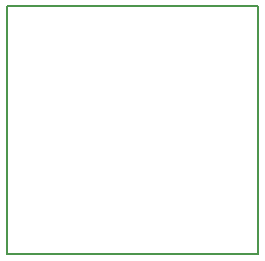
<source format=gbr>
G04 DipTrace 3.3.1.1*
G04 BoardOutline.gbr*
%MOIN*%
G04 #@! TF.FileFunction,Profile*
G04 #@! TF.Part,Single*
%ADD11C,0.005512*%
%FSLAX26Y26*%
G04*
G70*
G90*
G75*
G01*
G04 BoardOutline*
%LPD*%
X393700Y1218700D2*
D11*
Y393700D1*
X1231200D1*
Y1218700D1*
X393700D1*
M02*

</source>
